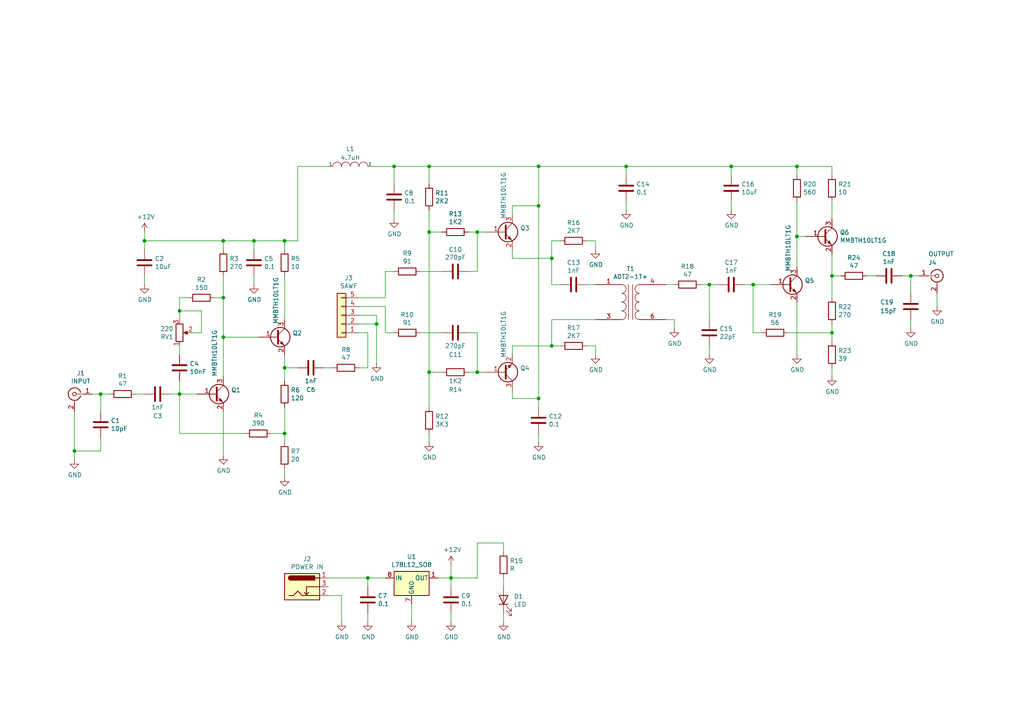
<source format=kicad_sch>
(kicad_sch (version 20230121) (generator eeschema)
  (paper "A4")
  (title_block (title "TV-IF SAW Filter 50Ω Carrier") (rev "A") (company "Matthew Millman"))
  (lib_symbols
    (symbol "Connector:Barrel_Jack_Switch" (pin_names hide)
      (property "Reference" "J" (at 0 5.334 0))
      (property "Value" "Barrel_Jack_Switch" (at 0 -5.08 0))
      (symbol "Barrel_Jack_Switch_0_1"
        (rectangle (start -5.08 3.81) (end 5.08 -3.81) (stroke (width 0.254)) (fill (type background)))
        (arc (start -3.302 3.175) (mid -3.9343 2.54) (end -3.302 1.905) (stroke (width 0.254)))
        (arc (start -3.302 3.175) (mid -3.9343 2.54) (end -3.302 1.905) (stroke (width 0.254)) (fill (type outline)))
        (polyline (pts (xy 1.27 -2.286) (xy 1.905 -1.651)) (stroke (width 0.254)))
        (polyline (pts (xy 5.08 2.54) (xy 3.81 2.54)) (stroke (width 0.254)))
        (polyline (pts (xy 5.08 0) (xy 1.27 0) (xy 1.27 -2.286) (xy 0.635 -1.651)) (stroke (width 0.254)))
        (polyline (pts (xy -3.81 -2.54) (xy -2.54 -2.54) (xy -1.27 -1.27) (xy 0 -2.54) (xy 2.54 -2.54) (xy 5.08 -2.54)) (stroke (width 0.254)))
        (rectangle (start 3.683 3.175) (end -3.302 1.905) (stroke (width 0.254)) (fill (type outline)))
      )
      (symbol "Barrel_Jack_Switch_1_1"
        (pin passive line (at 7.62 2.54 180) (length 2.54) (name "~") (number "1"))
        (pin passive line (at 7.62 -2.54 180) (length 2.54) (name "~") (number "2"))
        (pin passive line (at 7.62 0 180) (length 2.54) (name "~") (number "3"))
      )
    )
    (symbol "Connector:Conn_Coaxial" (pin_names (offset 1.016) hide)
      (property "Reference" "J" (at 0.254 3.048 0))
      (property "Value" "Conn_Coaxial" (at 2.921 0 90))
      (symbol "Conn_Coaxial_0_1"
        (arc (start -1.778 -0.508) (mid 0.2311 -1.8066) (end 1.778 0) (stroke (width 0.254)))
        (polyline (pts (xy -2.54 0) (xy -0.508 0)))
        (polyline (pts (xy 0 -2.54) (xy 0 -1.778)))
        (circle (center 0 0) (radius 0.508) (stroke (width 0.2032)))
        (arc (start 1.778 0) (mid 0.2099 1.8101) (end -1.778 0.508) (stroke (width 0.254)))
      )
      (symbol "Conn_Coaxial_1_1"
        (pin passive line (at -5.08 0 0) (length 2.54) (name "In") (number "1"))
        (pin passive line (at 0 -5.08 90) (length 2.54) (name "Ext") (number "2"))
      )
    )
    (symbol "Connector_Generic:Conn_01x05" (pin_names (offset 1.016) hide)
      (property "Reference" "J" (at 0 7.62 0))
      (property "Value" "Conn_01x05" (at 0 -7.62 0))
      (symbol "Conn_01x05_1_1"
        (rectangle (start -1.27 -4.953) (end 0 -5.207) (stroke (width 0.1524)))
        (rectangle (start -1.27 -2.413) (end 0 -2.667) (stroke (width 0.1524)))
        (rectangle (start -1.27 0.127) (end 0 -0.127) (stroke (width 0.1524)))
        (rectangle (start -1.27 2.667) (end 0 2.413) (stroke (width 0.1524)))
        (rectangle (start -1.27 5.207) (end 0 4.953) (stroke (width 0.1524)))
        (rectangle (start -1.27 6.35) (end 1.27 -6.35) (stroke (width 0.254)) (fill (type background)))
        (pin passive line (at -5.08 5.08 0) (length 3.81) (name "Pin_1") (number "1"))
        (pin passive line (at -5.08 2.54 0) (length 3.81) (name "Pin_2") (number "2"))
        (pin passive line (at -5.08 0 0) (length 3.81) (name "Pin_3") (number "3"))
        (pin passive line (at -5.08 -2.54 0) (length 3.81) (name "Pin_4") (number "4"))
        (pin passive line (at -5.08 -5.08 0) (length 3.81) (name "Pin_5") (number "5"))
      )
    )
    (symbol "Device:C" (pin_numbers hide) (pin_names (offset 0.254))
      (property "Reference" "C" (at 0.635 2.54 0))
      (property "Value" "C" (at 0.635 -2.54 0))
      (symbol "C_0_1"
        (polyline (pts (xy -2.032 -0.762) (xy 2.032 -0.762)) (stroke (width 0.508)))
        (polyline (pts (xy -2.032 0.762) (xy 2.032 0.762)) (stroke (width 0.508)))
      )
      (symbol "C_1_1"
        (pin passive line (at 0 3.81 270) (length 2.794) (name "~") (number "1"))
        (pin passive line (at 0 -3.81 90) (length 2.794) (name "~") (number "2"))
      )
    )
    (symbol "Device:LED" (pin_numbers hide) (pin_names (offset 1.016) hide)
      (property "Reference" "D" (at 0 2.54 0))
      (property "Value" "LED" (at 0 -2.54 0))
      (symbol "LED_0_1"
        (polyline (pts (xy -1.27 -1.27) (xy -1.27 1.27)) (stroke (width 0.254)))
        (polyline (pts (xy -1.27 0) (xy 1.27 0)))
        (polyline (pts (xy 1.27 -1.27) (xy 1.27 1.27) (xy -1.27 0) (xy 1.27 -1.27)) (stroke (width 0.254)))
        (polyline (pts (xy -3.048 -0.762) (xy -4.572 -2.286) (xy -3.81 -2.286) (xy -4.572 -2.286) (xy -4.572 -1.524)))
        (polyline (pts (xy -1.778 -0.762) (xy -3.302 -2.286) (xy -2.54 -2.286) (xy -3.302 -2.286) (xy -3.302 -1.524)))
      )
      (symbol "LED_1_1"
        (pin passive line (at -3.81 0 0) (length 2.54) (name "K") (number "1"))
        (pin passive line (at 3.81 0 180) (length 2.54) (name "A") (number "2"))
      )
    )
    (symbol "Device:Q_NPN_BEC" (pin_names (offset 0) hide)
      (property "Reference" "Q" (at 5.08 1.27 0))
      (property "Value" "Q_NPN_BEC" (at 5.08 -1.27 0))
      (symbol "Q_NPN_BEC_0_1"
        (polyline (pts (xy 0.635 0.635) (xy 2.54 2.54)))
        (polyline (pts (xy 0.635 -0.635) (xy 2.54 -2.54) (xy 2.54 -2.54)))
        (polyline (pts (xy 0.635 1.905) (xy 0.635 -1.905) (xy 0.635 -1.905)) (stroke (width 0.508)))
        (polyline (pts (xy 1.27 -1.778) (xy 1.778 -1.27) (xy 2.286 -2.286) (xy 1.27 -1.778) (xy 1.27 -1.778)) (fill (type outline)))
        (circle (center 1.27 0) (radius 2.8194) (stroke (width 0.254)))
      )
      (symbol "Q_NPN_BEC_1_1"
        (pin input line (at -5.08 0 0) (length 5.715) (name "B") (number "1"))
        (pin passive line (at 2.54 -5.08 90) (length 2.54) (name "E") (number "2"))
        (pin passive line (at 2.54 5.08 270) (length 2.54) (name "C") (number "3"))
      )
    )
    (symbol "Device:R" (pin_numbers hide) (pin_names (offset 0))
      (property "Reference" "R" (at 2.032 0 90))
      (property "Value" "R" (at 0 0 90))
      (symbol "R_0_1"
        (rectangle (start -1.016 -2.54) (end 1.016 2.54) (stroke (width 0.254)))
      )
      (symbol "R_1_1"
        (pin passive line (at 0 3.81 270) (length 1.27) (name "~") (number "1"))
        (pin passive line (at 0 -3.81 90) (length 1.27) (name "~") (number "2"))
      )
    )
    (symbol "Regulator_Linear:L78L05_SO8" (pin_names (offset 0.254))
      (property "Reference" "U" (at -3.81 3.175 0))
      (property "Value" "L78L05_SO8" (at 0 3.175 0))
      (symbol "L78L05_SO8_0_1"
        (rectangle (start -5.08 1.905) (end 5.08 -5.08) (stroke (width 0.254)) (fill (type background)))
      )
      (symbol "L78L05_SO8_1_1"
        (pin power_out line (at 7.62 0 180) (length 2.54) (name "OUT") (number "1"))
        (pin passive line (at 0 -7.62 90) (length 2.54) hide (name "GND") (number "2"))
        (pin passive line (at 0 -7.62 90) (length 2.54) hide (name "GND") (number "3"))
        (pin no_connect line (at -5.08 -2.54 0) (length 2.54) hide (name "NC") (number "4"))
        (pin no_connect line (at 5.08 -2.54 180) (length 2.54) hide (name "NC") (number "5"))
        (pin passive line (at 0 -7.62 90) (length 2.54) hide (name "GND") (number "6"))
        (pin power_in line (at 0 -7.62 90) (length 2.54) (name "GND") (number "7"))
        (pin power_in line (at -7.62 0 0) (length 2.54) (name "IN") (number "8"))
      )
    )
    (symbol "power:+12V" (power) (pin_names (offset 0))
      (property "Value" "+12V" (at 0 3.556 0))
      (symbol "+12V_0_1"
        (polyline (pts (xy -0.762 1.27) (xy 0 2.54)))
        (polyline (pts (xy 0 0) (xy 0 2.54)))
        (polyline (pts (xy 0 2.54) (xy 0.762 1.27)))
      )
      (symbol "+12V_1_1"
        (pin power_in line (at 0 0 90) (length 0) hide (name "+12V") (number "1"))
      )
    )
    (symbol "power:GND" (power) (pin_names (offset 0))
      (property "Value" "GND" (at 0 -3.81 0))
      (symbol "GND_0_1"
        (polyline (pts (xy 0 0) (xy 0 -1.27) (xy 1.27 -1.27) (xy 0 -2.54) (xy -1.27 -1.27) (xy 0 -1.27)))
      )
      (symbol "GND_1_1"
        (pin power_in line (at 0 0 270) (length 0) hide (name "GND") (number "1"))
      )
    )
    (symbol "sawtest-rescue:INDUCTOR-pspice" (pin_numbers hide) (pin_names (offset 0))
      (property "Reference" "L" (at 0 2.54 0))
      (property "Value" "pspice_INDUCTOR" (at 0 -1.27 0))
      (symbol "INDUCTOR-pspice_0_1"
        (arc (start -2.54 0) (mid -3.81 1.2645) (end -5.08 0))
        (arc (start 0 0) (mid -1.27 1.2645) (end -2.54 0))
        (arc (start 2.54 0) (mid 1.27 1.2645) (end 0 0))
        (arc (start 5.08 0) (mid 3.81 1.2645) (end 2.54 0))
      )
      (symbol "INDUCTOR-pspice_1_1"
        (pin input line (at -6.35 0 0) (length 1.27) (name "1") (number "1"))
        (pin input line (at 6.35 0 180) (length 1.27) (name "2") (number "2"))
      )
    )
    (symbol "sawtest-rescue:R_POT-Device" (pin_names (offset 1.016) hide)
      (property "Reference" "RV" (at -4.445 0 90))
      (property "Value" "Device_R_POT" (at -2.54 0 90))
      (symbol "R_POT-Device_0_1"
        (polyline (pts (xy 2.54 0) (xy 1.524 0)))
        (polyline (pts (xy 1.143 0) (xy 2.286 0.508) (xy 2.286 -0.508) (xy 1.143 0)) (fill (type outline)))
        (rectangle (start 1.016 2.54) (end -1.016 -2.54) (stroke (width 0.254)))
      )
      (symbol "R_POT-Device_1_1"
        (pin passive line (at 0 3.81 270) (length 1.27) (name "1") (number "1"))
        (pin passive line (at 3.81 0 180) (length 1.27) (name "2") (number "2"))
        (pin passive line (at 0 -3.81 90) (length 1.27) (name "3") (number "3"))
      )
    )
    (symbol "transformer_1p_1sct:Transformer_1P_1SCT" (pin_names (offset 1.016) hide)
      (property "Reference" "T" (at 0 6.35 0))
      (property "Value" "Transformer_1P_1SCT" (at 0 -7.62 0))
      (symbol "Transformer_1P_1SCT_0_1"
        (arc (start -2.54 -5.0546) (mid -1.6599 -4.6901) (end -1.27 -3.81))
        (arc (start -2.54 -2.5146) (mid -1.6599 -2.1501) (end -1.27 -1.27))
        (arc (start -2.54 0.0254) (mid -1.6599 0.3899) (end -1.27 1.27))
        (arc (start -2.54 2.5654) (mid -1.6599 2.9299) (end -1.27 3.81))
        (arc (start -1.27 -3.81) (mid -1.642 -2.912) (end -2.54 -2.54))
        (arc (start -1.27 -1.27) (mid -1.642 -0.372) (end -2.54 0))
        (arc (start -1.27 1.27) (mid -1.642 2.168) (end -2.54 2.54))
        (arc (start -1.27 3.81) (mid -1.642 4.708) (end -2.54 5.08))
        (polyline (pts (xy -0.635 5.08) (xy -0.635 -5.08)))
        (polyline (pts (xy 0.635 -5.08) (xy 0.635 5.08)))
        (arc (start 1.2954 -1.27) (mid 1.6599 -2.1501) (end 2.54 -2.5146))
        (arc (start 1.2954 1.27) (mid 1.6599 0.3899) (end 2.54 0.0254))
        (arc (start 1.2954 3.81) (mid 1.6599 2.9299) (end 2.54 2.5654))
        (arc (start 1.3208 -3.81) (mid 1.6853 -4.6901) (end 2.5654 -5.0546))
        (arc (start 2.54 0) (mid 1.642 -0.372) (end 1.2954 -1.27))
        (arc (start 2.54 2.54) (mid 1.642 2.168) (end 1.2954 1.27))
        (arc (start 2.54 5.08) (mid 1.642 4.708) (end 1.2954 3.81))
        (arc (start 2.5654 -2.54) (mid 1.6674 -2.912) (end 1.3208 -3.81))
      )
      (symbol "Transformer_1P_1SCT_1_1"
        (pin passive line (at -10.16 5.08 0) (length 7.62) (name "AA") (number "1"))
        (pin passive line (at -10.16 -5.08 0) (length 7.62) (name "AB") (number "3"))
        (pin passive line (at 10.16 5.08 180) (length 7.62) (name "SB") (number "4"))
        (pin passive line (at 10.16 -5.08 180) (length 7.62) (name "SA") (number "6"))
      )
    )
  )
  (junction (at 264.16 80.01))
  (junction (at 52.07 90.17))
  (junction (at 82.55 69.85))
  (junction (at 156.21 59.69))
  (junction (at 241.3 80.01))
  (junction (at 82.55 106.68))
  (junction (at 64.77 97.79))
  (junction (at 181.61 48.26))
  (junction (at 138.43 67.31))
  (junction (at 52.07 114.3))
  (junction (at 130.81 167.64))
  (junction (at 124.46 67.31))
  (junction (at 138.43 107.95))
  (junction (at 124.46 48.26))
  (junction (at 41.91 69.85))
  (junction (at 21.59 130.81))
  (junction (at 82.55 125.73))
  (junction (at 64.77 86.36))
  (junction (at 64.77 69.85))
  (junction (at 109.22 93.98))
  (junction (at 73.66 69.85))
  (junction (at 218.44 82.55))
  (junction (at 205.74 82.55))
  (junction (at 29.21 114.3))
  (junction (at 212.09 48.26))
  (junction (at 156.21 48.26))
  (junction (at 114.3 48.26))
  (junction (at 241.3 96.52))
  (junction (at 231.14 48.26))
  (junction (at 124.46 107.95))
  (junction (at 156.21 115.57))
  (junction (at 106.68 167.64))
  (junction (at 231.14 68.58))
  (junction (at 160.02 74.93))
  (junction (at 160.02 100.33))
  (wire (pts (xy 212.09 48.26) (xy 231.14 48.26)))
  (wire (pts (xy 95.25 167.64) (xy 106.68 167.64)))
  (wire (pts (xy 160.02 100.33) (xy 162.56 100.33)))
  (wire (pts (xy 172.72 82.55) (xy 170.18 82.55)))
  (wire (pts (xy 148.59 100.33) (xy 160.02 100.33)))
  (wire (pts (xy 233.68 68.58) (xy 231.14 68.58)))
  (wire (pts (xy 130.81 170.18) (xy 130.81 167.64)))
  (wire (pts (xy 218.44 82.55) (xy 223.52 82.55)))
  (wire (pts (xy 64.77 109.22) (xy 64.77 97.79)))
  (wire (pts (xy 93.98 106.68) (xy 96.52 106.68)))
  (wire (pts (xy 148.59 102.87) (xy 148.59 100.33)))
  (wire (pts (xy 82.55 125.73) (xy 82.55 118.11)))
  (wire (pts (xy 128.27 107.95) (xy 124.46 107.95)))
  (wire (pts (xy 146.05 157.48) (xy 146.05 160.02)))
  (wire (pts (xy 58.42 90.17) (xy 52.07 90.17)))
  (wire (pts (xy 78.74 125.73) (xy 82.55 125.73)))
  (wire (pts (xy 261.62 80.01) (xy 264.16 80.01)))
  (wire (pts (xy 124.46 107.95) (xy 124.46 118.11)))
  (wire (pts (xy 52.07 86.36) (xy 52.07 90.17)))
  (wire (pts (xy 114.3 48.26) (xy 114.3 53.34)))
  (wire (pts (xy 205.74 82.55) (xy 208.28 82.55)))
  (wire (pts (xy 111.76 78.74) (xy 111.76 86.36)))
  (wire (pts (xy 52.07 114.3) (xy 52.07 110.49)))
  (wire (pts (xy 218.44 96.52) (xy 218.44 82.55)))
  (wire (pts (xy 135.89 96.52) (xy 138.43 96.52)))
  (wire (pts (xy 156.21 59.69) (xy 148.59 59.69)))
  (wire (pts (xy 54.61 86.36) (xy 52.07 86.36)))
  (wire (pts (xy 138.43 157.48) (xy 146.05 157.48)))
  (wire (pts (xy 124.46 67.31) (xy 124.46 60.96)))
  (wire (pts (xy 251.46 80.01) (xy 254 80.01)))
  (wire (pts (xy 241.3 109.22) (xy 241.3 106.68)))
  (wire (pts (xy 148.59 74.93) (xy 160.02 74.93)))
  (wire (pts (xy 218.44 96.52) (xy 220.98 96.52)))
  (wire (pts (xy 138.43 167.64) (xy 138.43 157.48)))
  (wire (pts (xy 74.93 97.79) (xy 64.77 97.79)))
  (wire (pts (xy 172.72 69.85) (xy 172.72 72.39)))
  (wire (pts (xy 41.91 69.85) (xy 41.91 72.39)))
  (wire (pts (xy 52.07 100.33) (xy 52.07 102.87)))
  (wire (pts (xy 111.76 78.74) (xy 114.3 78.74)))
  (wire (pts (xy 52.07 114.3) (xy 57.15 114.3)))
  (wire (pts (xy 64.77 69.85) (xy 41.91 69.85)))
  (wire (pts (xy 146.05 167.64) (xy 146.05 170.18)))
  (wire (pts (xy 119.38 175.26) (xy 119.38 180.34)))
  (wire (pts (xy 64.77 97.79) (xy 64.77 86.36)))
  (wire (pts (xy 156.21 128.27) (xy 156.21 125.73)))
  (wire (pts (xy 82.55 106.68) (xy 82.55 110.49)))
  (wire (pts (xy 73.66 69.85) (xy 82.55 69.85)))
  (wire (pts (xy 241.3 48.26) (xy 241.3 50.8)))
  (wire (pts (xy 29.21 114.3) (xy 26.67 114.3)))
  (wire (pts (xy 231.14 48.26) (xy 241.3 48.26)))
  (wire (pts (xy 73.66 82.55) (xy 73.66 80.01)))
  (wire (pts (xy 156.21 48.26) (xy 124.46 48.26)))
  (wire (pts (xy 170.18 100.33) (xy 172.72 100.33)))
  (wire (pts (xy 106.68 180.34) (xy 106.68 177.8)))
  (wire (pts (xy 172.72 92.71) (xy 160.02 92.71)))
  (wire (pts (xy 156.21 118.11) (xy 156.21 115.57)))
  (wire (pts (xy 109.22 91.44) (xy 109.22 93.98)))
  (wire (pts (xy 271.78 88.9) (xy 271.78 85.09)))
  (wire (pts (xy 231.14 87.63) (xy 231.14 102.87)))
  (wire (pts (xy 104.14 93.98) (xy 109.22 93.98)))
  (wire (pts (xy 181.61 60.96) (xy 181.61 58.42)))
  (wire (pts (xy 58.42 96.52) (xy 58.42 90.17)))
  (wire (pts (xy 29.21 127) (xy 29.21 130.81)))
  (wire (pts (xy 203.2 82.55) (xy 205.74 82.55)))
  (wire (pts (xy 231.14 50.8) (xy 231.14 48.26)))
  (wire (pts (xy 52.07 114.3) (xy 52.07 125.73)))
  (wire (pts (xy 86.36 48.26) (xy 95.25 48.26)))
  (wire (pts (xy 104.14 86.36) (xy 111.76 86.36)))
  (wire (pts (xy 29.21 119.38) (xy 29.21 114.3)))
  (wire (pts (xy 58.42 96.52) (xy 55.88 96.52)))
  (wire (pts (xy 170.18 69.85) (xy 172.72 69.85)))
  (wire (pts (xy 21.59 119.38) (xy 21.59 130.81)))
  (wire (pts (xy 41.91 69.85) (xy 41.91 67.31)))
  (wire (pts (xy 82.55 69.85) (xy 86.36 69.85)))
  (wire (pts (xy 138.43 67.31) (xy 138.43 78.74)))
  (wire (pts (xy 195.58 92.71) (xy 195.58 95.25)))
  (wire (pts (xy 71.12 125.73) (xy 52.07 125.73)))
  (wire (pts (xy 231.14 58.42) (xy 231.14 68.58)))
  (wire (pts (xy 212.09 48.26) (xy 212.09 50.8)))
  (wire (pts (xy 106.68 170.18) (xy 106.68 167.64)))
  (wire (pts (xy 49.53 114.3) (xy 52.07 114.3)))
  (wire (pts (xy 64.77 69.85) (xy 73.66 69.85)))
  (wire (pts (xy 160.02 92.71) (xy 160.02 100.33)))
  (wire (pts (xy 140.97 107.95) (xy 138.43 107.95)))
  (wire (pts (xy 156.21 48.26) (xy 181.61 48.26)))
  (wire (pts (xy 29.21 130.81) (xy 21.59 130.81)))
  (wire (pts (xy 64.77 86.36) (xy 62.23 86.36)))
  (wire (pts (xy 156.21 59.69) (xy 156.21 48.26)))
  (wire (pts (xy 82.55 69.85) (xy 82.55 72.39)))
  (wire (pts (xy 114.3 96.52) (xy 111.76 96.52)))
  (wire (pts (xy 162.56 82.55) (xy 160.02 82.55)))
  (wire (pts (xy 99.06 172.72) (xy 99.06 180.34)))
  (wire (pts (xy 264.16 80.01) (xy 266.7 80.01)))
  (wire (pts (xy 82.55 128.27) (xy 82.55 125.73)))
  (wire (pts (xy 135.89 78.74) (xy 138.43 78.74)))
  (wire (pts (xy 181.61 48.26) (xy 212.09 48.26)))
  (wire (pts (xy 21.59 130.81) (xy 21.59 133.35)))
  (wire (pts (xy 241.3 93.98) (xy 241.3 96.52)))
  (wire (pts (xy 31.75 114.3) (xy 29.21 114.3)))
  (wire (pts (xy 193.04 82.55) (xy 195.58 82.55)))
  (wire (pts (xy 146.05 180.34) (xy 146.05 177.8)))
  (wire (pts (xy 160.02 82.55) (xy 160.02 74.93)))
  (wire (pts (xy 215.9 82.55) (xy 218.44 82.55)))
  (wire (pts (xy 241.3 80.01) (xy 241.3 73.66)))
  (wire (pts (xy 241.3 96.52) (xy 241.3 99.06)))
  (wire (pts (xy 73.66 72.39) (xy 73.66 69.85)))
  (wire (pts (xy 109.22 93.98) (xy 109.22 105.41)))
  (wire (pts (xy 41.91 82.55) (xy 41.91 80.01)))
  (wire (pts (xy 130.81 167.64) (xy 130.81 163.83)))
  (wire (pts (xy 243.84 80.01) (xy 241.3 80.01)))
  (wire (pts (xy 156.21 59.69) (xy 156.21 115.57)))
  (wire (pts (xy 124.46 67.31) (xy 124.46 107.95)))
  (wire (pts (xy 162.56 69.85) (xy 160.02 69.85)))
  (wire (pts (xy 228.6 96.52) (xy 241.3 96.52)))
  (wire (pts (xy 138.43 107.95) (xy 135.89 107.95)))
  (wire (pts (xy 124.46 128.27) (xy 124.46 125.73)))
  (wire (pts (xy 127 167.64) (xy 130.81 167.64)))
  (wire (pts (xy 138.43 67.31) (xy 135.89 67.31)))
  (wire (pts (xy 39.37 114.3) (xy 41.91 114.3)))
  (wire (pts (xy 148.59 59.69) (xy 148.59 62.23)))
  (wire (pts (xy 140.97 67.31) (xy 138.43 67.31)))
  (wire (pts (xy 106.68 167.64) (xy 111.76 167.64)))
  (wire (pts (xy 104.14 106.68) (xy 106.68 106.68)))
  (wire (pts (xy 160.02 69.85) (xy 160.02 74.93)))
  (wire (pts (xy 82.55 106.68) (xy 86.36 106.68)))
  (wire (pts (xy 172.72 100.33) (xy 172.72 102.87)))
  (wire (pts (xy 114.3 48.26) (xy 107.95 48.26)))
  (wire (pts (xy 64.77 80.01) (xy 64.77 86.36)))
  (wire (pts (xy 106.68 96.52) (xy 104.14 96.52)))
  (wire (pts (xy 82.55 102.87) (xy 82.55 106.68)))
  (wire (pts (xy 124.46 67.31) (xy 128.27 67.31)))
  (wire (pts (xy 193.04 92.71) (xy 195.58 92.71)))
  (wire (pts (xy 86.36 48.26) (xy 86.36 69.85)))
  (wire (pts (xy 205.74 82.55) (xy 205.74 92.71)))
  (wire (pts (xy 241.3 58.42) (xy 241.3 63.5)))
  (wire (pts (xy 241.3 86.36) (xy 241.3 80.01)))
  (wire (pts (xy 148.59 74.93) (xy 148.59 72.39)))
  (wire (pts (xy 138.43 96.52) (xy 138.43 107.95)))
  (wire (pts (xy 124.46 48.26) (xy 124.46 53.34)))
  (wire (pts (xy 95.25 172.72) (xy 99.06 172.72)))
  (wire (pts (xy 82.55 138.43) (xy 82.55 135.89)))
  (wire (pts (xy 114.3 63.5) (xy 114.3 60.96)))
  (wire (pts (xy 114.3 48.26) (xy 124.46 48.26)))
  (wire (pts (xy 111.76 88.9) (xy 104.14 88.9)))
  (wire (pts (xy 64.77 72.39) (xy 64.77 69.85)))
  (wire (pts (xy 205.74 102.87) (xy 205.74 100.33)))
  (wire (pts (xy 106.68 96.52) (xy 106.68 106.68)))
  (wire (pts (xy 52.07 90.17) (xy 52.07 92.71)))
  (wire (pts (xy 64.77 132.08) (xy 64.77 119.38)))
  (wire (pts (xy 130.81 167.64) (xy 138.43 167.64)))
  (wire (pts (xy 231.14 68.58) (xy 231.14 77.47)))
  (wire (pts (xy 264.16 95.25) (xy 264.16 92.71)))
  (wire (pts (xy 121.92 78.74) (xy 128.27 78.74)))
  (wire (pts (xy 148.59 113.03) (xy 148.59 115.57)))
  (wire (pts (xy 104.14 91.44) (xy 109.22 91.44)))
  (wire (pts (xy 130.81 180.34) (xy 130.81 177.8)))
  (wire (pts (xy 121.92 96.52) (xy 128.27 96.52)))
  (wire (pts (xy 181.61 50.8) (xy 181.61 48.26)))
  (wire (pts (xy 111.76 88.9) (xy 111.76 96.52)))
  (wire (pts (xy 82.55 80.01) (xy 82.55 92.71)))
  (wire (pts (xy 148.59 115.57) (xy 156.21 115.57)))
  (wire (pts (xy 264.16 85.09) (xy 264.16 80.01)))
  (wire (pts (xy 212.09 58.42) (xy 212.09 60.96)))
  (symbol (lib_id "Connector:Conn_Coaxial") (at 21.59 114.3 0) (mirror y) (unit 1)
    (property "Reference" "J1" (at 23.4188 108.2548 0))
    (property "Value" "INPUT" (at 23.4188 110.5662 0))
    (property "Footprint" "Connector_Coaxial:SMA_Molex_73251-2200_Horizontal" (effects hide))
    (property "Datasheet" " ~" (effects hide))
  )
  (symbol (lib_id "Device:C") (at 29.21 123.19 0) (unit 1)
    (property "Reference" "C1" (at 32.131 122.0216 0) (effects (justify left)))
    (property "Value" "10pF" (at 32.131 124.333 0) (effects (justify left)))
    (property "Footprint" "Capacitor_SMD:C_0603_1608Metric" (effects hide))
  )
  (symbol (lib_id "Device:R") (at 35.56 114.3 270) (unit 1)
    (property "Reference" "R1" (at 35.56 109.0422 90))
    (property "Value" "47" (at 35.56 111.3536 90))
    (property "Footprint" "Resistor_SMD:R_0603_1608Metric" (effects hide))
  )
  (symbol (lib_id "power:GND") (at 21.59 133.35 0) (unit 1)
    (property "Reference" "#PWR01" (effects hide))
    (property "Value" "GND" (at 21.717 137.7442 0))
  )
  (symbol (lib_id "Device:Q_NPN_BEC") (at 62.23 114.3 0) (unit 1)
    (property "Reference" "Q1" (at 67.056 113.1316 0) (effects (justify left)))
    (property "Value" "MMBTH10LT1G" (at 62.23 109.22 90) (effects (justify left)))
    (property "Footprint" "Package_TO_SOT_SMD:SOT-23" (effects hide))
  )
  (symbol (lib_id "Device:Q_NPN_BEC") (at 80.01 97.79 0) (unit 1)
    (property "Reference" "Q2" (at 84.836 96.6216 0) (effects (justify left)))
    (property "Value" "MMBTH10LT1G" (at 80.01 93.98 90) (effects (justify left)))
    (property "Footprint" "Package_TO_SOT_SMD:SOT-23" (effects hide))
  )
  (symbol (lib_id "Device:R") (at 82.55 114.3 0) (unit 1)
    (property "Reference" "R6" (at 84.328 113.1316 0) (effects (justify left)))
    (property "Value" "120" (at 84.328 115.443 0) (effects (justify left)))
    (property "Footprint" "Resistor_SMD:R_0603_1608Metric" (effects hide))
  )
  (symbol (lib_id "Device:R") (at 74.93 125.73 270) (unit 1)
    (property "Reference" "R4" (at 74.93 120.4722 90))
    (property "Value" "390" (at 74.93 122.7836 90))
    (property "Footprint" "Resistor_SMD:R_0603_1608Metric" (effects hide))
  )
  (symbol (lib_id "Device:C") (at 52.07 106.68 0) (unit 1)
    (property "Reference" "C4" (at 54.991 105.5116 0) (effects (justify left)))
    (property "Value" "10nF" (at 54.991 107.823 0) (effects (justify left)))
    (property "Footprint" "Capacitor_SMD:C_0603_1608Metric" (effects hide))
  )
  (symbol (lib_id "sawtest-rescue:R_POT-Device") (at 52.07 96.52 0) (mirror x) (unit 1)
    (property "Reference" "RV1" (at 50.3174 97.6884 0) (effects (justify right)))
    (property "Value" "220" (at 50.3174 95.377 0) (effects (justify right)))
    (property "Footprint" "Potentiometer_SMD:Potentiometer_Bourns_3314G_Vertical" (effects hide))
  )
  (symbol (lib_id "Device:R") (at 58.42 86.36 270) (unit 1)
    (property "Reference" "R2" (at 58.42 81.1022 90))
    (property "Value" "150" (at 58.42 83.4136 90))
    (property "Footprint" "Resistor_SMD:R_0603_1608Metric" (effects hide))
  )
  (symbol (lib_id "Device:R") (at 64.77 76.2 0) (unit 1)
    (property "Reference" "R3" (at 66.548 75.0316 0) (effects (justify left)))
    (property "Value" "270" (at 66.548 77.343 0) (effects (justify left)))
    (property "Footprint" "Resistor_SMD:R_0603_1608Metric" (effects hide))
  )
  (symbol (lib_id "Device:C") (at 73.66 76.2 0) (unit 1)
    (property "Reference" "C5" (at 76.581 75.0316 0) (effects (justify left)))
    (property "Value" "0.1" (at 76.581 77.343 0) (effects (justify left)))
    (property "Footprint" "Capacitor_SMD:C_0603_1608Metric" (effects hide))
  )
  (symbol (lib_id "power:GND") (at 73.66 82.55 0) (unit 1)
    (property "Reference" "#PWR05" (effects hide))
    (property "Value" "GND" (at 73.787 86.9442 0))
  )
  (symbol (lib_id "Device:R") (at 82.55 76.2 0) (unit 1)
    (property "Reference" "R5" (at 84.328 75.0316 0) (effects (justify left)))
    (property "Value" "10" (at 84.328 77.343 0) (effects (justify left)))
    (property "Footprint" "Resistor_SMD:R_0603_1608Metric" (effects hide))
  )
  (symbol (lib_id "power:GND") (at 64.77 132.08 0) (unit 1)
    (property "Reference" "#PWR04" (effects hide))
    (property "Value" "GND" (at 64.897 136.4742 0))
  )
  (symbol (lib_id "Device:C") (at 41.91 76.2 0) (unit 1)
    (property "Reference" "C2" (at 44.9072 75.0316 0) (effects (justify left)))
    (property "Value" "10uF" (at 44.9072 77.343 0) (effects (justify left)))
    (property "Footprint" "Capacitor_SMD:C_1210_3225Metric" (effects hide))
  )
  (symbol (lib_id "power:+12V") (at 41.91 67.31 0) (unit 1)
    (property "Reference" "#PWR02" (effects hide))
    (property "Value" "+12V" (at 42.291 62.9158 0))
  )
  (symbol (lib_id "power:GND") (at 41.91 82.55 0) (unit 1)
    (property "Reference" "#PWR03" (effects hide))
    (property "Value" "GND" (at 42.037 86.9442 0))
  )
  (symbol (lib_id "Device:C") (at 130.81 173.99 0) (unit 1)
    (property "Reference" "C9" (at 133.731 172.8216 0) (effects (justify left)))
    (property "Value" "0.1" (at 133.731 175.133 0) (effects (justify left)))
    (property "Footprint" "Capacitor_SMD:C_0603_1608Metric" (effects hide))
  )
  (symbol (lib_id "Device:R") (at 82.55 132.08 0) (unit 1)
    (property "Reference" "R7" (at 84.328 130.9116 0) (effects (justify left)))
    (property "Value" "20" (at 84.328 133.223 0) (effects (justify left)))
    (property "Footprint" "Resistor_SMD:R_0603_1608Metric" (effects hide))
  )
  (symbol (lib_id "power:GND") (at 82.55 138.43 0) (unit 1)
    (property "Reference" "#PWR06" (effects hide))
    (property "Value" "GND" (at 82.677 142.8242 0))
  )
  (symbol (lib_id "Device:C") (at 90.17 106.68 270) (unit 1)
    (property "Reference" "C6" (at 90.17 113.03 90))
    (property "Value" "1nF" (at 90.17 110.49 90))
    (property "Footprint" "Capacitor_SMD:C_0603_1608Metric" (effects hide))
  )
  (symbol (lib_id "Device:R") (at 100.33 106.68 270) (unit 1)
    (property "Reference" "R8" (at 100.33 101.4222 90))
    (property "Value" "47" (at 100.33 103.7336 90))
    (property "Footprint" "Resistor_SMD:R_0603_1608Metric" (effects hide))
  )
  (symbol (lib_id "Connector_Generic:Conn_01x05") (at 99.06 91.44 180) (unit 1)
    (property "Reference" "J3" (at 101.1428 80.645 0))
    (property "Value" "SAWF" (at 101.1428 82.9564 0))
    (property "Footprint" "Connector_PinSocket_2.54mm:PinSocket_1x05_P2.54mm_Vertical" (effects hide))
  )
  (symbol (lib_id "power:GND") (at 109.22 105.41 0) (unit 1)
    (property "Reference" "#PWR09" (effects hide))
    (property "Value" "GND" (at 109.347 109.8042 0))
  )
  (symbol (lib_id "Device:R") (at 118.11 78.74 270) (unit 1)
    (property "Reference" "R9" (at 118.11 73.4822 90))
    (property "Value" "91" (at 118.11 75.7936 90))
    (property "Footprint" "Resistor_SMD:R_0603_1608Metric" (effects hide))
  )
  (symbol (lib_id "Device:R") (at 118.11 96.52 270) (unit 1)
    (property "Reference" "R10" (at 118.11 91.2622 90))
    (property "Value" "91" (at 118.11 93.5736 90))
    (property "Footprint" "Resistor_SMD:R_0603_1608Metric" (effects hide))
  )
  (symbol (lib_id "Device:C") (at 132.08 78.74 270) (unit 1)
    (property "Reference" "C10" (at 132.08 72.39 90))
    (property "Value" "270pF" (at 132.08 74.6506 90))
    (property "Footprint" "Capacitor_SMD:C_0603_1608Metric" (effects hide))
  )
  (symbol (lib_id "Device:C") (at 132.08 96.52 270) (unit 1)
    (property "Reference" "C11" (at 132.08 102.87 90))
    (property "Value" "270pF" (at 132.08 100.33 90))
    (property "Footprint" "Capacitor_SMD:C_0603_1608Metric" (effects hide))
  )
  (symbol (lib_id "Device:Q_NPN_BEC") (at 146.05 67.31 0) (unit 1)
    (property "Reference" "Q3" (at 150.876 66.1416 0) (effects (justify left)))
    (property "Value" "MMBTH10LT1G" (at 146.05 63.5 90) (effects (justify left)))
    (property "Footprint" "Package_TO_SOT_SMD:SOT-23" (effects hide))
  )
  (symbol (lib_id "Device:Q_NPN_BEC") (at 146.05 107.95 0) (mirror x) (unit 1)
    (property "Reference" "Q4" (at 150.876 106.7816 0) (effects (justify left)))
    (property "Value" "MMBTH10LT1G" (at 146.05 90.17 90) (effects (justify left)))
    (property "Footprint" "Package_TO_SOT_SMD:SOT-23" (effects hide))
  )
  (symbol (lib_id "Device:R") (at 132.08 67.31 270) (unit 1)
    (property "Reference" "R13" (at 132.08 62.0522 90))
    (property "Value" "1K2" (at 132.08 64.3636 90))
    (property "Footprint" "Resistor_SMD:R_0603_1608Metric" (effects hide))
  )
  (symbol (lib_id "Device:R") (at 132.08 107.95 270) (unit 1)
    (property "Reference" "R14" (at 132.08 113.03 90))
    (property "Value" "1K2" (at 132.08 110.49 90))
    (property "Footprint" "Resistor_SMD:R_0603_1608Metric" (effects hide))
  )
  (symbol (lib_id "Device:R") (at 166.37 69.85 270) (unit 1)
    (property "Reference" "R16" (at 166.37 64.5922 90))
    (property "Value" "2K7" (at 166.37 66.9036 90))
    (property "Footprint" "Resistor_SMD:R_0603_1608Metric" (effects hide))
  )
  (symbol (lib_id "Device:R") (at 166.37 100.33 270) (unit 1)
    (property "Reference" "R17" (at 166.37 95.0722 90))
    (property "Value" "2K7" (at 166.37 97.3836 90))
    (property "Footprint" "Resistor_SMD:R_0603_1608Metric" (effects hide))
  )
  (symbol (lib_id "Device:C") (at 166.37 82.55 270) (unit 1)
    (property "Reference" "C13" (at 166.37 76.1492 90))
    (property "Value" "1nF" (at 166.37 78.4606 90))
    (property "Footprint" "Capacitor_SMD:C_0603_1608Metric" (effects hide))
  )
  (symbol (lib_id "power:GND") (at 172.72 72.39 0) (unit 1)
    (property "Reference" "#PWR017" (effects hide))
    (property "Value" "GND" (at 172.847 76.7842 0))
  )
  (symbol (lib_id "Device:R") (at 124.46 57.15 0) (unit 1)
    (property "Reference" "R11" (at 126.238 55.9816 0) (effects (justify left)))
    (property "Value" "2K2" (at 126.238 58.293 0) (effects (justify left)))
    (property "Footprint" "Resistor_SMD:R_0603_1608Metric" (effects hide))
  )
  (symbol (lib_id "Device:R") (at 124.46 121.92 0) (unit 1)
    (property "Reference" "R12" (at 126.238 120.7516 0) (effects (justify left)))
    (property "Value" "3K3" (at 126.238 123.063 0) (effects (justify left)))
    (property "Footprint" "Resistor_SMD:R_0603_1608Metric" (effects hide))
  )
  (symbol (lib_id "power:GND") (at 124.46 128.27 0) (unit 1)
    (property "Reference" "#PWR012" (effects hide))
    (property "Value" "GND" (at 124.587 132.6642 0))
  )
  (symbol (lib_id "Device:C") (at 114.3 57.15 0) (unit 1)
    (property "Reference" "C8" (at 117.221 55.9816 0) (effects (justify left)))
    (property "Value" "0.1" (at 117.221 58.293 0) (effects (justify left)))
    (property "Footprint" "Capacitor_SMD:C_0603_1608Metric" (effects hide))
  )
  (symbol (lib_id "power:GND") (at 114.3 63.5 0) (unit 1)
    (property "Reference" "#PWR010" (effects hide))
    (property "Value" "GND" (at 114.427 67.8942 0))
  )
  (symbol (lib_id "Device:C") (at 156.21 121.92 0) (unit 1)
    (property "Reference" "C12" (at 159.131 120.7516 0) (effects (justify left)))
    (property "Value" "0.1" (at 159.131 123.063 0) (effects (justify left)))
    (property "Footprint" "Capacitor_SMD:C_0603_1608Metric" (effects hide))
  )
  (symbol (lib_id "power:GND") (at 156.21 128.27 0) (unit 1)
    (property "Reference" "#PWR016" (effects hide))
    (property "Value" "GND" (at 156.337 132.6642 0))
  )
  (symbol (lib_id "power:GND") (at 172.72 102.87 0) (unit 1)
    (property "Reference" "#PWR018" (effects hide))
    (property "Value" "GND" (at 172.847 107.2642 0))
  )
  (symbol (lib_id "Device:Q_NPN_BEC") (at 228.6 82.55 0) (unit 1)
    (property "Reference" "Q5" (at 233.426 81.3816 0) (effects (justify left)))
    (property "Value" "MMBTH10LT1G" (at 228.6 78.74 90) (effects (justify left)))
    (property "Footprint" "Package_TO_SOT_SMD:SOT-23" (effects hide))
  )
  (symbol (lib_id "Device:R") (at 199.39 82.55 270) (unit 1)
    (property "Reference" "R18" (at 199.39 77.2922 90))
    (property "Value" "47" (at 199.39 79.6036 90))
    (property "Footprint" "Resistor_SMD:R_0603_1608Metric" (effects hide))
  )
  (symbol (lib_id "Device:C") (at 212.09 82.55 270) (unit 1)
    (property "Reference" "C17" (at 212.09 76.1492 90))
    (property "Value" "1nF" (at 212.09 78.4606 90))
    (property "Footprint" "Capacitor_SMD:C_0603_1608Metric" (effects hide))
  )
  (symbol (lib_id "Device:Q_NPN_BEC") (at 238.76 68.58 0) (unit 1)
    (property "Reference" "Q6" (at 243.586 67.4116 0) (effects (justify left)))
    (property "Value" "MMBTH10LT1G" (at 243.586 69.723 0) (effects (justify left)))
    (property "Footprint" "Package_TO_SOT_SMD:SOT-23" (effects hide))
  )
  (symbol (lib_id "power:GND") (at 195.58 95.25 0) (unit 1)
    (property "Reference" "#PWR020" (effects hide))
    (property "Value" "GND" (at 195.707 99.6442 0))
  )
  (symbol (lib_id "Device:C") (at 205.74 96.52 0) (unit 1)
    (property "Reference" "C15" (at 208.661 95.3516 0) (effects (justify left)))
    (property "Value" "22pF" (at 208.661 97.663 0) (effects (justify left)))
    (property "Footprint" "Capacitor_SMD:C_0603_1608Metric" (effects hide))
  )
  (symbol (lib_id "power:GND") (at 205.74 102.87 0) (unit 1)
    (property "Reference" "#PWR021" (effects hide))
    (property "Value" "GND" (at 205.867 107.2642 0))
  )
  (symbol (lib_id "Device:R") (at 224.79 96.52 270) (unit 1)
    (property "Reference" "R19" (at 224.79 91.2622 90))
    (property "Value" "56" (at 224.79 93.5736 90))
    (property "Footprint" "Resistor_SMD:R_0603_1608Metric" (effects hide))
  )
  (symbol (lib_id "power:GND") (at 231.14 102.87 0) (unit 1)
    (property "Reference" "#PWR023" (effects hide))
    (property "Value" "GND" (at 231.267 107.2642 0))
  )
  (symbol (lib_id "Device:R") (at 241.3 90.17 0) (unit 1)
    (property "Reference" "R22" (at 243.078 89.0016 0) (effects (justify left)))
    (property "Value" "270" (at 243.078 91.313 0) (effects (justify left)))
    (property "Footprint" "Resistor_SMD:R_0603_1608Metric" (effects hide))
  )
  (symbol (lib_id "Connector:Conn_Coaxial") (at 271.78 80.01 0) (unit 1)
    (property "Reference" "J4" (at 269.24 76.2 0) (effects (justify left)))
    (property "Value" "OUTPUT" (at 269.24 73.66 0) (effects (justify left)))
    (property "Footprint" "Connector_Coaxial:SMA_Molex_73251-2200_Horizontal" (effects hide))
    (property "Datasheet" " ~" (effects hide))
  )
  (symbol (lib_id "Device:R") (at 247.65 80.01 270) (unit 1)
    (property "Reference" "R24" (at 247.65 74.7522 90))
    (property "Value" "47" (at 247.65 77.0636 90))
    (property "Footprint" "Resistor_SMD:R_0603_1608Metric" (effects hide))
  )
  (symbol (lib_id "Device:C") (at 257.81 80.01 270) (unit 1)
    (property "Reference" "C18" (at 257.81 73.6092 90))
    (property "Value" "1nF" (at 257.81 75.9206 90))
    (property "Footprint" "Capacitor_SMD:C_0603_1608Metric" (effects hide))
  )
  (symbol (lib_id "power:GND") (at 271.78 88.9 0) (unit 1)
    (property "Reference" "#PWR026" (effects hide))
    (property "Value" "GND" (at 271.907 93.2942 0))
  )
  (symbol (lib_id "Device:C") (at 212.09 54.61 0) (unit 1)
    (property "Reference" "C16" (at 215.011 53.4416 0) (effects (justify left)))
    (property "Value" "10uF" (at 215.011 55.753 0) (effects (justify left)))
    (property "Footprint" "Capacitor_SMD:C_1210_3225Metric" (effects hide))
  )
  (symbol (lib_id "Device:R") (at 241.3 54.61 0) (unit 1)
    (property "Reference" "R21" (at 243.078 53.4416 0) (effects (justify left)))
    (property "Value" "10" (at 243.078 55.753 0) (effects (justify left)))
    (property "Footprint" "Resistor_SMD:R_0603_1608Metric" (effects hide))
  )
  (symbol (lib_id "Device:R") (at 231.14 54.61 180) (unit 1)
    (property "Reference" "R20" (at 232.918 53.4416 0) (effects (justify right)))
    (property "Value" "560" (at 232.918 55.753 0) (effects (justify right)))
    (property "Footprint" "Resistor_SMD:R_0603_1608Metric" (effects hide))
  )
  (symbol (lib_id "Device:C") (at 181.61 54.61 0) (unit 1)
    (property "Reference" "C14" (at 184.531 53.4416 0) (effects (justify left)))
    (property "Value" "0.1" (at 184.531 55.753 0) (effects (justify left)))
    (property "Footprint" "Capacitor_SMD:C_0603_1608Metric" (effects hide))
  )
  (symbol (lib_id "power:GND") (at 181.61 60.96 0) (unit 1)
    (property "Reference" "#PWR019" (effects hide))
    (property "Value" "GND" (at 181.737 65.3542 0))
  )
  (symbol (lib_id "sawtest-rescue:INDUCTOR-pspice") (at 101.6 48.26 0) (unit 1)
    (property "Reference" "L1" (at 101.6 43.18 0))
    (property "Value" "4.7uH" (at 101.6 45.72 0))
    (property "Footprint" "Inductor_SMD:L_0805_2012Metric" (effects hide))
  )
  (symbol (lib_id "power:GND") (at 241.3 109.22 0) (unit 1)
    (property "Reference" "#PWR024" (effects hide))
    (property "Value" "GND" (at 241.427 113.6142 0))
  )
  (symbol (lib_id "Device:R") (at 241.3 102.87 0) (unit 1)
    (property "Reference" "R23" (at 243.078 101.7016 0) (effects (justify left)))
    (property "Value" "39" (at 243.078 104.013 0) (effects (justify left)))
    (property "Footprint" "Resistor_SMD:R_0603_1608Metric" (effects hide))
  )
  (symbol (lib_id "power:GND") (at 212.09 60.96 0) (unit 1)
    (property "Reference" "#PWR022" (effects hide))
    (property "Value" "GND" (at 212.217 65.3542 0))
  )
  (symbol (lib_id "Device:C") (at 264.16 88.9 0) (unit 1)
    (property "Reference" "C19" (at 255.27 87.63 0) (effects (justify left)))
    (property "Value" "15pF" (at 255.27 90.17 0) (effects (justify left)))
    (property "Footprint" "Capacitor_SMD:C_0603_1608Metric" (effects hide))
  )
  (symbol (lib_id "power:GND") (at 264.16 95.25 0) (unit 1)
    (property "Reference" "#PWR025" (effects hide))
    (property "Value" "GND" (at 264.287 99.6442 0))
  )
  (symbol (lib_id "transformer_1p_1sct:Transformer_1P_1SCT") (at 182.88 87.63 0) (unit 1)
    (property "Reference" "T1" (at 182.88 77.9526 0))
    (property "Value" "ADT2-1T+" (at 182.88 80.264 0))
    (property "Footprint" "ADT4:ADT4" (effects hide))
  )
  (symbol (lib_id "Regulator_Linear:L78L05_SO8") (at 119.38 167.64 0) (unit 1)
    (property "Reference" "U1" (at 119.38 161.4932 0))
    (property "Value" "L78L12_SO8" (at 119.38 163.8046 0))
    (property "Footprint" "Package_SO:SOIC-8_3.9x4.9mm_P1.27mm" (effects hide))
    (property "Datasheet" "http://www.st.com/content/ccc/resource/technical/document/datasheet/15/55/e5/aa/23/5b/43/fd/CD00000446.pdf/files/CD00000446.pdf/jcr:content/translations/en.CD00000446.pdf" (effects hide))
  )
  (symbol (lib_id "power:+12V") (at 130.81 163.83 0) (unit 1)
    (property "Reference" "#PWR013" (effects hide))
    (property "Value" "+12V" (at 131.191 159.4358 0))
  )
  (symbol (lib_id "power:GND") (at 119.38 180.34 0) (unit 1)
    (property "Reference" "#PWR011" (effects hide))
    (property "Value" "GND" (at 119.507 184.7342 0))
  )
  (symbol (lib_id "Connector:Barrel_Jack_Switch") (at 87.63 170.18 0) (unit 1)
    (property "Reference" "J2" (at 89.0778 162.1282 0))
    (property "Value" "POWER IN" (at 89.0778 164.4396 0))
    (property "Footprint" "DC_JACK:DC_JACK" (effects hide))
  )
  (symbol (lib_id "power:GND") (at 99.06 180.34 0) (unit 1)
    (property "Reference" "#PWR07" (effects hide))
    (property "Value" "GND" (at 99.187 184.7342 0))
  )
  (symbol (lib_id "Device:C") (at 106.68 173.99 0) (unit 1)
    (property "Reference" "C7" (at 109.601 172.8216 0) (effects (justify left)))
    (property "Value" "0.1" (at 109.601 175.133 0) (effects (justify left)))
    (property "Footprint" "Capacitor_SMD:C_0603_1608Metric" (effects hide))
  )
  (symbol (lib_id "power:GND") (at 106.68 180.34 0) (unit 1)
    (property "Reference" "#PWR08" (effects hide))
    (property "Value" "GND" (at 106.807 184.7342 0))
  )
  (symbol (lib_id "power:GND") (at 130.81 180.34 0) (unit 1)
    (property "Reference" "#PWR014" (effects hide))
    (property "Value" "GND" (at 130.937 184.7342 0))
  )
  (symbol (lib_id "Device:LED") (at 146.05 173.99 90) (unit 1)
    (property "Reference" "D1" (at 149.0472 172.9994 90) (effects (justify right)))
    (property "Value" "LED" (at 149.0472 175.3108 90) (effects (justify right)))
    (property "Footprint" "LED_SMD:LED_0805_2012Metric" (effects hide))
  )
  (symbol (lib_id "Device:R") (at 146.05 163.83 0) (unit 1)
    (property "Reference" "R15" (at 147.828 162.6616 0) (effects (justify left)))
    (property "Value" "R" (at 147.828 164.973 0) (effects (justify left)))
    (property "Footprint" "Resistor_SMD:R_0603_1608Metric" (effects hide))
  )
  (symbol (lib_id "power:GND") (at 146.05 180.34 0) (unit 1)
    (property "Reference" "#PWR015" (effects hide))
    (property "Value" "GND" (at 146.177 184.7342 0))
  )
  (symbol (lib_id "Device:C") (at 45.72 114.3 90) (unit 1)
    (property "Reference" "C3" (at 45.72 120.65 90))
    (property "Value" "1nF" (at 45.72 118.11 90))
    (property "Footprint" "Capacitor_SMD:C_0603_1608Metric" (effects hide))
  )
)
</source>
